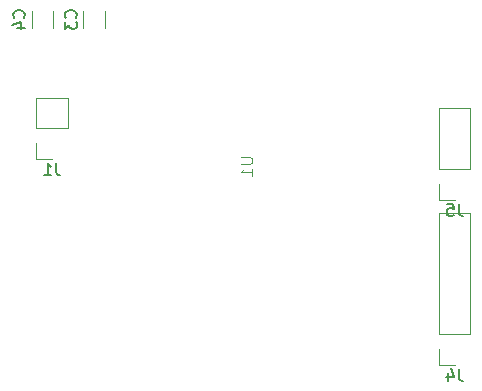
<source format=gbr>
%TF.GenerationSoftware,KiCad,Pcbnew,(7.0.0)*%
%TF.CreationDate,2023-05-12T13:31:26+02:00*%
%TF.ProjectId,funk-transmitter-final,66756e6b-2d74-4726-916e-736d69747465,rev?*%
%TF.SameCoordinates,Original*%
%TF.FileFunction,Legend,Bot*%
%TF.FilePolarity,Positive*%
%FSLAX46Y46*%
G04 Gerber Fmt 4.6, Leading zero omitted, Abs format (unit mm)*
G04 Created by KiCad (PCBNEW (7.0.0)) date 2023-05-12 13:31:26*
%MOMM*%
%LPD*%
G01*
G04 APERTURE LIST*
%ADD10C,0.150000*%
%ADD11C,0.100000*%
%ADD12C,0.120000*%
G04 APERTURE END LIST*
D10*
%TO.C,C4*%
X128497142Y-87833333D02*
X128544761Y-87785714D01*
X128544761Y-87785714D02*
X128592380Y-87642857D01*
X128592380Y-87642857D02*
X128592380Y-87547619D01*
X128592380Y-87547619D02*
X128544761Y-87404762D01*
X128544761Y-87404762D02*
X128449523Y-87309524D01*
X128449523Y-87309524D02*
X128354285Y-87261905D01*
X128354285Y-87261905D02*
X128163809Y-87214286D01*
X128163809Y-87214286D02*
X128020952Y-87214286D01*
X128020952Y-87214286D02*
X127830476Y-87261905D01*
X127830476Y-87261905D02*
X127735238Y-87309524D01*
X127735238Y-87309524D02*
X127640000Y-87404762D01*
X127640000Y-87404762D02*
X127592380Y-87547619D01*
X127592380Y-87547619D02*
X127592380Y-87642857D01*
X127592380Y-87642857D02*
X127640000Y-87785714D01*
X127640000Y-87785714D02*
X127687619Y-87833333D01*
X127925714Y-88690476D02*
X128592380Y-88690476D01*
X127544761Y-88452381D02*
X128259047Y-88214286D01*
X128259047Y-88214286D02*
X128259047Y-88833333D01*
%TO.C,J1*%
X131233333Y-100172380D02*
X131233333Y-100886666D01*
X131233333Y-100886666D02*
X131280952Y-101029523D01*
X131280952Y-101029523D02*
X131376190Y-101124761D01*
X131376190Y-101124761D02*
X131519047Y-101172380D01*
X131519047Y-101172380D02*
X131614285Y-101172380D01*
X130233333Y-101172380D02*
X130804761Y-101172380D01*
X130519047Y-101172380D02*
X130519047Y-100172380D01*
X130519047Y-100172380D02*
X130614285Y-100315238D01*
X130614285Y-100315238D02*
X130709523Y-100410476D01*
X130709523Y-100410476D02*
X130804761Y-100458095D01*
%TO.C,C3*%
X132897142Y-87833333D02*
X132944761Y-87785714D01*
X132944761Y-87785714D02*
X132992380Y-87642857D01*
X132992380Y-87642857D02*
X132992380Y-87547619D01*
X132992380Y-87547619D02*
X132944761Y-87404762D01*
X132944761Y-87404762D02*
X132849523Y-87309524D01*
X132849523Y-87309524D02*
X132754285Y-87261905D01*
X132754285Y-87261905D02*
X132563809Y-87214286D01*
X132563809Y-87214286D02*
X132420952Y-87214286D01*
X132420952Y-87214286D02*
X132230476Y-87261905D01*
X132230476Y-87261905D02*
X132135238Y-87309524D01*
X132135238Y-87309524D02*
X132040000Y-87404762D01*
X132040000Y-87404762D02*
X131992380Y-87547619D01*
X131992380Y-87547619D02*
X131992380Y-87642857D01*
X131992380Y-87642857D02*
X132040000Y-87785714D01*
X132040000Y-87785714D02*
X132087619Y-87833333D01*
X131992380Y-88166667D02*
X131992380Y-88785714D01*
X131992380Y-88785714D02*
X132373333Y-88452381D01*
X132373333Y-88452381D02*
X132373333Y-88595238D01*
X132373333Y-88595238D02*
X132420952Y-88690476D01*
X132420952Y-88690476D02*
X132468571Y-88738095D01*
X132468571Y-88738095D02*
X132563809Y-88785714D01*
X132563809Y-88785714D02*
X132801904Y-88785714D01*
X132801904Y-88785714D02*
X132897142Y-88738095D01*
X132897142Y-88738095D02*
X132944761Y-88690476D01*
X132944761Y-88690476D02*
X132992380Y-88595238D01*
X132992380Y-88595238D02*
X132992380Y-88309524D01*
X132992380Y-88309524D02*
X132944761Y-88214286D01*
X132944761Y-88214286D02*
X132897142Y-88166667D01*
%TO.C,J4*%
X165333333Y-117577380D02*
X165333333Y-118291666D01*
X165333333Y-118291666D02*
X165380952Y-118434523D01*
X165380952Y-118434523D02*
X165476190Y-118529761D01*
X165476190Y-118529761D02*
X165619047Y-118577380D01*
X165619047Y-118577380D02*
X165714285Y-118577380D01*
X164428571Y-117910714D02*
X164428571Y-118577380D01*
X164666666Y-117529761D02*
X164904761Y-118244047D01*
X164904761Y-118244047D02*
X164285714Y-118244047D01*
D11*
%TO.C,U1*%
X146867380Y-99638095D02*
X147676904Y-99638095D01*
X147676904Y-99638095D02*
X147772142Y-99685714D01*
X147772142Y-99685714D02*
X147819761Y-99733333D01*
X147819761Y-99733333D02*
X147867380Y-99828571D01*
X147867380Y-99828571D02*
X147867380Y-100019047D01*
X147867380Y-100019047D02*
X147819761Y-100114285D01*
X147819761Y-100114285D02*
X147772142Y-100161904D01*
X147772142Y-100161904D02*
X147676904Y-100209523D01*
X147676904Y-100209523D02*
X146867380Y-100209523D01*
X147867380Y-101209523D02*
X147867380Y-100638095D01*
X147867380Y-100923809D02*
X146867380Y-100923809D01*
X146867380Y-100923809D02*
X147010238Y-100828571D01*
X147010238Y-100828571D02*
X147105476Y-100733333D01*
X147105476Y-100733333D02*
X147153095Y-100638095D01*
D10*
%TO.C,J5*%
X165333333Y-103597380D02*
X165333333Y-104311666D01*
X165333333Y-104311666D02*
X165380952Y-104454523D01*
X165380952Y-104454523D02*
X165476190Y-104549761D01*
X165476190Y-104549761D02*
X165619047Y-104597380D01*
X165619047Y-104597380D02*
X165714285Y-104597380D01*
X164380952Y-103597380D02*
X164857142Y-103597380D01*
X164857142Y-103597380D02*
X164904761Y-104073571D01*
X164904761Y-104073571D02*
X164857142Y-104025952D01*
X164857142Y-104025952D02*
X164761904Y-103978333D01*
X164761904Y-103978333D02*
X164523809Y-103978333D01*
X164523809Y-103978333D02*
X164428571Y-104025952D01*
X164428571Y-104025952D02*
X164380952Y-104073571D01*
X164380952Y-104073571D02*
X164333333Y-104168809D01*
X164333333Y-104168809D02*
X164333333Y-104406904D01*
X164333333Y-104406904D02*
X164380952Y-104502142D01*
X164380952Y-104502142D02*
X164428571Y-104549761D01*
X164428571Y-104549761D02*
X164523809Y-104597380D01*
X164523809Y-104597380D02*
X164761904Y-104597380D01*
X164761904Y-104597380D02*
X164857142Y-104549761D01*
X164857142Y-104549761D02*
X164904761Y-104502142D01*
D12*
%TO.C,C4*%
X130985000Y-87288748D02*
X130985000Y-88711252D01*
X129165000Y-87288748D02*
X129165000Y-88711252D01*
%TO.C,J1*%
X129570000Y-94605000D02*
X132230000Y-94605000D01*
X129570000Y-97205000D02*
X129570000Y-94605000D01*
X129570000Y-97205000D02*
X132230000Y-97205000D01*
X129570000Y-98475000D02*
X129570000Y-99805000D01*
X129570000Y-99805000D02*
X130900000Y-99805000D01*
X132230000Y-97205000D02*
X132230000Y-94605000D01*
%TO.C,C3*%
X135385000Y-87288748D02*
X135385000Y-88711252D01*
X133565000Y-87288748D02*
X133565000Y-88711252D01*
%TO.C,J4*%
X163670000Y-104390000D02*
X166330000Y-104390000D01*
X163670000Y-114610000D02*
X163670000Y-104390000D01*
X163670000Y-114610000D02*
X166330000Y-114610000D01*
X163670000Y-115880000D02*
X163670000Y-117210000D01*
X163670000Y-117210000D02*
X165000000Y-117210000D01*
X166330000Y-114610000D02*
X166330000Y-104390000D01*
%TO.C,J5*%
X163670000Y-95490000D02*
X166330000Y-95490000D01*
X163670000Y-100630000D02*
X163670000Y-95490000D01*
X163670000Y-100630000D02*
X166330000Y-100630000D01*
X163670000Y-101900000D02*
X163670000Y-103230000D01*
X163670000Y-103230000D02*
X165000000Y-103230000D01*
X166330000Y-100630000D02*
X166330000Y-95490000D01*
%TD*%
M02*

</source>
